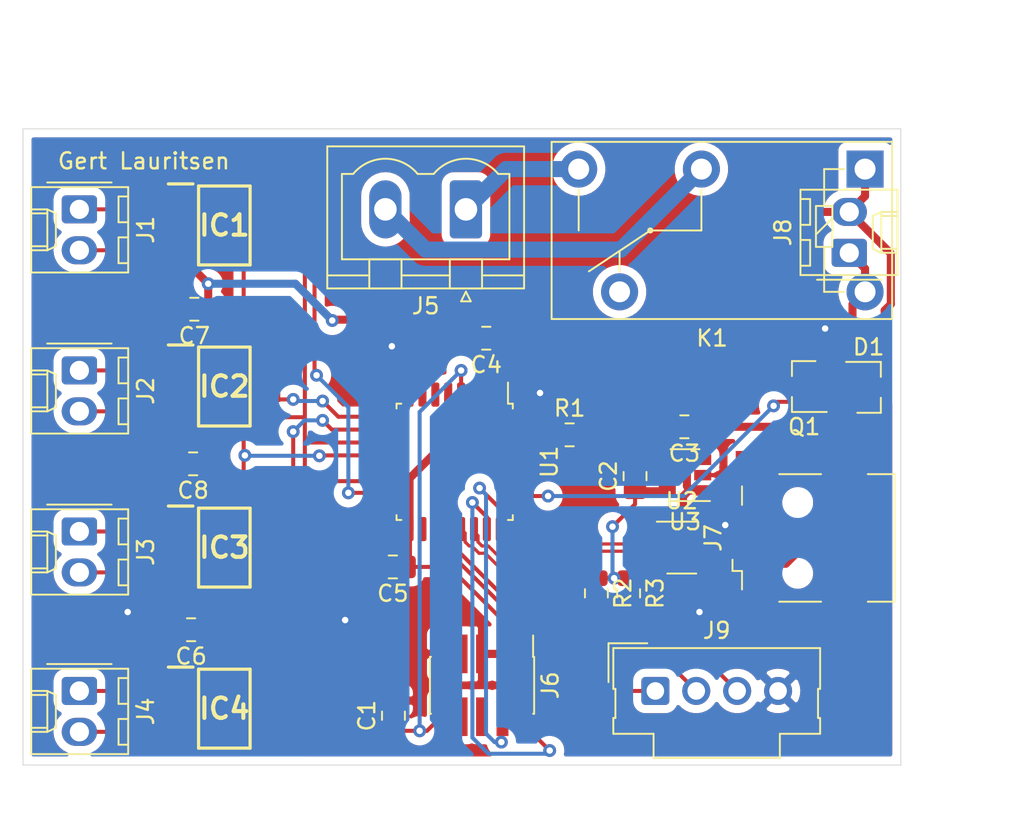
<source format=kicad_pcb>
(kicad_pcb (version 20171130) (host pcbnew "(5.1.6)-1")
  (layers (0 F.Cu signal) (31 B.Cu signal) (34 B.Paste user) (35 F.Paste user) (36 B.SilkS user) (37 F.SilkS user) (38 B.Mask user) (39 F.Mask user) (44 Edge.Cuts user))
  (net 0 "")
  (net 1 GNDD)
  (net 2 NRST)
  (net 3 +3V3)
  (net 4 +5V)
  (net 5 "Net-(D1-Pad3)")
  (net 6 MISO)
  (net 7 CS4)
  (net 8 SCK)
  (net 9 "Net-(IC1-Pad3)")
  (net 10 "Net-(IC1-Pad2)")
  (net 11 CS1)
  (net 12 "Net-(IC2-Pad3)")
  (net 13 "Net-(IC2-Pad2)")
  (net 14 CS2)
  (net 15 "Net-(IC3-Pad3)")
  (net 16 "Net-(IC3-Pad2)")
  (net 17 CS3)
  (net 18 "Net-(IC4-Pad3)")
  (net 19 "Net-(IC4-Pad2)")
  (net 20 "Net-(J5-Pad2)")
  (net 21 "Net-(J5-Pad1)")
  (net 22 SWCLK)
  (net 23 SWDIO)
  (net 24 D_P)
  (net 25 D_N)
  (net 26 relay)
  (net 27 "Net-(R1-Pad1)")
  (net 28 USB+)
  (net 29 USB-)
  (net 30 SCL)
  (net 31 SDA)
  (module Resistor_SMD:R_0805_2012Metric (layer F.Cu) (at 135.1 103.8375 270)
    (fp_text reference R3 (at 0 -1.65 90) (layer F.SilkS))
    (fp_text value 10k)
    (pad 2 smd roundrect (at 0.9375 0 270) (size 0.975 1.4) (layers F.Cu F.Paste F.Mask) (net 31 SDA))
    (pad 1 smd roundrect (at -0.9375 0 270) (size 0.975 1.4) (layers F.Cu F.Paste F.Mask) (net 3 +3V3))
  )
  (module Resistor_SMD:R_0805_2012Metric (layer F.Cu) (at 133.1 103.8375 270)
    (fp_text reference R2 (at 0 -1.65 90) (layer F.SilkS))
    (fp_text value 10k)
    (pad 2 smd roundrect (at 0.9375 0 270) (size 0.975 1.4) (layers F.Cu F.Paste F.Mask) (net 30 SCL))
    (pad 1 smd roundrect (at -0.9375 0 270) (size 0.975 1.4) (layers F.Cu F.Paste F.Mask) (net 3 +3V3))
  )
  (module Connector_Molex:Molex_SL_171971-0004_1x04_P2.54mm_Vertical (layer F.Cu) (at 136.76 109.9)
    (fp_text reference J9 (at 3.81 -3.75) (layer F.SilkS))
    (fp_text value Conn_01x04)
    (pad 4 thru_hole circle (at 7.62 0) (size 1.74 1.74) (drill 1.09) (layers *.Cu *.Mask) (net 1 GNDD))
    (pad 3 thru_hole circle (at 5.08 0) (size 1.74 1.74) (drill 1.09) (layers *.Cu *.Mask) (net 31 SDA))
    (pad 2 thru_hole circle (at 2.54 0) (size 1.74 1.74) (drill 1.09) (layers *.Cu *.Mask) (net 30 SCL))
    (pad 1 thru_hole roundrect (at 0 0) (size 1.74 1.74) (drill 1.09) (layers *.Cu *.Mask) (roundrect_rratio 0.143678) (net 3 +3V3))
  )
  (module Connector_Molex:Molex_KK-254_AE-6410-02A_1x02_P2.54mm_Vertical (layer F.Cu) (at 148.8 82.7 90)
    (fp_text reference J8 (at 1.27 -4.12 90) (layer F.SilkS))
    (fp_text value Solidstate)
    (pad 2 thru_hole oval (at 2.54 0 90) (size 1.74 2.19) (drill 1.19) (layers *.Cu *.Mask) (net 5 "Net-(D1-Pad3)"))
    (pad 1 thru_hole roundrect (at 0 0 90) (size 1.74 2.19) (drill 1.19) (layers *.Cu *.Mask) (roundrect_rratio 0.143678) (net 4 +5V))
  )
  (module Capacitor_SMD:C_0805_2012Metric (layer F.Cu) (at 108.0625 95.8 180)
    (fp_text reference C8 (at 0 -1.65) (layer F.SilkS))
    (fp_text value 1uF)
    (pad 2 smd roundrect (at 0.9375 0 180) (size 0.975 1.4) (layers F.Cu F.Paste F.Mask) (net 1 GNDD))
    (pad 1 smd roundrect (at -0.9375 0 180) (size 0.975 1.4) (layers F.Cu F.Paste F.Mask) (net 3 +3V3))
  )
  (module Capacitor_SMD:C_0805_2012Metric (layer F.Cu) (at 108.1375 86.2 180)
    (fp_text reference C7 (at 0 -1.65) (layer F.SilkS))
    (fp_text value 1uF)
    (pad 2 smd roundrect (at 0.9375 0 180) (size 0.975 1.4) (layers F.Cu F.Paste F.Mask) (net 1 GNDD))
    (pad 1 smd roundrect (at -0.9375 0 180) (size 0.975 1.4) (layers F.Cu F.Paste F.Mask) (net 3 +3V3))
  )
  (module Capacitor_SMD:C_0805_2012Metric (layer F.Cu) (at 107.9375 106.1 180)
    (fp_text reference C6 (at 0 -1.65) (layer F.SilkS))
    (fp_text value 1uF)
    (pad 2 smd roundrect (at 0.9375 0 180) (size 0.975 1.4) (layers F.Cu F.Paste F.Mask) (net 1 GNDD))
    (pad 1 smd roundrect (at -0.9375 0 180) (size 0.975 1.4) (layers F.Cu F.Paste F.Mask) (net 3 +3V3))
  )
  (module Capacitor_SMD:C_0805_2012Metric (layer F.Cu) (at 120.4625 102.2 180)
    (fp_text reference C5 (at 0 -1.65) (layer F.SilkS))
    (fp_text value 1uF)
    (pad 2 smd roundrect (at 0.9375 0 180) (size 0.975 1.4) (layers F.Cu F.Paste F.Mask) (net 1 GNDD))
    (pad 1 smd roundrect (at -0.9375 0 180) (size 0.975 1.4) (layers F.Cu F.Paste F.Mask) (net 3 +3V3))
  )
  (module Capacitor_SMD:C_0805_2012Metric (layer F.Cu) (at 126.2625 88 180)
    (fp_text reference C4 (at 0 -1.65) (layer F.SilkS))
    (fp_text value 1uF)
    (pad 2 smd roundrect (at 0.9375 0 180) (size 0.975 1.4) (layers F.Cu F.Paste F.Mask) (net 1 GNDD))
    (pad 1 smd roundrect (at -0.9375 0 180) (size 0.975 1.4) (layers F.Cu F.Paste F.Mask) (net 3 +3V3))
  )
  (module Package_TO_SOT_SMD:SOT-23-5 (layer F.Cu) (at 138.6 96.5 180)
    (fp_text reference U3 (at 0 -2.9) (layer F.SilkS))
    (fp_text value AP2112K-3.3)
    (pad 5 smd rect (at 1.1 -0.95 180) (size 1.06 0.65) (layers F.Cu F.Paste F.Mask) (net 3 +3V3))
    (pad 4 smd rect (at 1.1 0.95 180) (size 1.06 0.65) (layers F.Cu F.Paste F.Mask))
    (pad 3 smd rect (at -1.1 0.95 180) (size 1.06 0.65) (layers F.Cu F.Paste F.Mask) (net 4 +5V))
    (pad 2 smd rect (at -1.1 0 180) (size 1.06 0.65) (layers F.Cu F.Paste F.Mask) (net 1 GNDD))
    (pad 1 smd rect (at -1.1 -0.95 180) (size 1.06 0.65) (layers F.Cu F.Paste F.Mask) (net 4 +5V))
  )
  (module Package_TO_SOT_SMD:SOT-23-6 (layer F.Cu) (at 138.4 101)
    (fp_text reference U2 (at 0 -2.9) (layer F.SilkS))
    (fp_text value USBLC6-2SC6)
    (pad 5 smd rect (at 1.1 0) (size 1.06 0.65) (layers F.Cu F.Paste F.Mask) (net 4 +5V))
    (pad 6 smd rect (at 1.1 -0.95) (size 1.06 0.65) (layers F.Cu F.Paste F.Mask) (net 24 D_P))
    (pad 4 smd rect (at 1.1 0.95) (size 1.06 0.65) (layers F.Cu F.Paste F.Mask) (net 25 D_N))
    (pad 3 smd rect (at -1.1 0.95) (size 1.06 0.65) (layers F.Cu F.Paste F.Mask) (net 29 USB-))
    (pad 2 smd rect (at -1.1 0) (size 1.06 0.65) (layers F.Cu F.Paste F.Mask) (net 1 GNDD))
    (pad 1 smd rect (at -1.1 -0.95) (size 1.06 0.65) (layers F.Cu F.Paste F.Mask) (net 28 USB+))
  )
  (module Package_QFP:LQFP-32_7x7mm_P0.8mm (layer F.Cu) (at 124.3 95.675 270)
    (fp_text reference U1 (at 0 -5.88 90) (layer F.SilkS))
    (fp_text value STM32L072KZTx)
    (pad 32 smd roundrect (at -2.8 -4.175 270) (size 0.5 1.5) (layers F.Cu F.Paste F.Mask) (net 1 GNDD))
    (pad 31 smd roundrect (at -2 -4.175 270) (size 0.5 1.5) (layers F.Cu F.Paste F.Mask) (net 27 "Net-(R1-Pad1)"))
    (pad 30 smd roundrect (at -1.2 -4.175 270) (size 0.5 1.5) (layers F.Cu F.Paste F.Mask))
    (pad 29 smd roundrect (at -0.4 -4.175 270) (size 0.5 1.5) (layers F.Cu F.Paste F.Mask))
    (pad 28 smd roundrect (at 0.4 -4.175 270) (size 0.5 1.5) (layers F.Cu F.Paste F.Mask))
    (pad 27 smd roundrect (at 1.2 -4.175 270) (size 0.5 1.5) (layers F.Cu F.Paste F.Mask))
    (pad 26 smd roundrect (at 2 -4.175 270) (size 0.5 1.5) (layers F.Cu F.Paste F.Mask) (net 26 relay))
    (pad 25 smd roundrect (at 2.8 -4.175 270) (size 0.5 1.5) (layers F.Cu F.Paste F.Mask))
    (pad 24 smd roundrect (at 4.175 -2.8 270) (size 1.5 0.5) (layers F.Cu F.Paste F.Mask) (net 22 SWCLK))
    (pad 23 smd roundrect (at 4.175 -2 270) (size 1.5 0.5) (layers F.Cu F.Paste F.Mask) (net 23 SWDIO))
    (pad 22 smd roundrect (at 4.175 -1.2 270) (size 1.5 0.5) (layers F.Cu F.Paste F.Mask) (net 28 USB+))
    (pad 21 smd roundrect (at 4.175 -0.4 270) (size 1.5 0.5) (layers F.Cu F.Paste F.Mask) (net 29 USB-))
    (pad 20 smd roundrect (at 4.175 0.4 270) (size 1.5 0.5) (layers F.Cu F.Paste F.Mask) (net 31 SDA))
    (pad 19 smd roundrect (at 4.175 1.2 270) (size 1.5 0.5) (layers F.Cu F.Paste F.Mask) (net 30 SCL))
    (pad 18 smd roundrect (at 4.175 2 270) (size 1.5 0.5) (layers F.Cu F.Paste F.Mask))
    (pad 17 smd roundrect (at 4.175 2.8 270) (size 1.5 0.5) (layers F.Cu F.Paste F.Mask) (net 3 +3V3))
    (pad 16 smd roundrect (at 2.8 4.175 270) (size 0.5 1.5) (layers F.Cu F.Paste F.Mask) (net 1 GNDD))
    (pad 15 smd roundrect (at 2 4.175 270) (size 0.5 1.5) (layers F.Cu F.Paste F.Mask) (net 7 CS4))
    (pad 14 smd roundrect (at 1.2 4.175 270) (size 0.5 1.5) (layers F.Cu F.Paste F.Mask) (net 17 CS3))
    (pad 13 smd roundrect (at 0.4 4.175 270) (size 0.5 1.5) (layers F.Cu F.Paste F.Mask))
    (pad 12 smd roundrect (at -0.4 4.175 270) (size 0.5 1.5) (layers F.Cu F.Paste F.Mask) (net 6 MISO))
    (pad 11 smd roundrect (at -1.2 4.175 270) (size 0.5 1.5) (layers F.Cu F.Paste F.Mask) (net 8 SCK))
    (pad 10 smd roundrect (at -2 4.175 270) (size 0.5 1.5) (layers F.Cu F.Paste F.Mask) (net 14 CS2))
    (pad 9 smd roundrect (at -2.8 4.175 270) (size 0.5 1.5) (layers F.Cu F.Paste F.Mask) (net 11 CS1))
    (pad 8 smd roundrect (at -4.175 2.8 270) (size 1.5 0.5) (layers F.Cu F.Paste F.Mask))
    (pad 7 smd roundrect (at -4.175 2 270) (size 1.5 0.5) (layers F.Cu F.Paste F.Mask))
    (pad 6 smd roundrect (at -4.175 1.2 270) (size 1.5 0.5) (layers F.Cu F.Paste F.Mask))
    (pad 5 smd roundrect (at -4.175 0.4 270) (size 1.5 0.5) (layers F.Cu F.Paste F.Mask) (net 3 +3V3))
    (pad 4 smd roundrect (at -4.175 -0.4 270) (size 1.5 0.5) (layers F.Cu F.Paste F.Mask) (net 2 NRST))
    (pad 3 smd roundrect (at -4.175 -1.2 270) (size 1.5 0.5) (layers F.Cu F.Paste F.Mask))
    (pad 2 smd roundrect (at -4.175 -2 270) (size 1.5 0.5) (layers F.Cu F.Paste F.Mask))
    (pad 1 smd roundrect (at -4.175 -2.8 270) (size 1.5 0.5) (layers F.Cu F.Paste F.Mask) (net 3 +3V3))
  )
  (module Resistor_SMD:R_0805_2012Metric (layer F.Cu) (at 131.4375 94)
    (fp_text reference R1 (at 0 -1.65) (layer F.SilkS))
    (fp_text value 10k)
    (pad 2 smd roundrect (at 0.9375 0) (size 0.975 1.4) (layers F.Cu F.Paste F.Mask) (net 1 GNDD))
    (pad 1 smd roundrect (at -0.9375 0) (size 0.975 1.4) (layers F.Cu F.Paste F.Mask) (net 27 "Net-(R1-Pad1)"))
  )
  (module Package_TO_SOT_SMD:SOT-23 (layer F.Cu) (at 146 91 180)
    (fp_text reference Q1 (at 0 -2.5) (layer F.SilkS))
    (fp_text value 2N7002E)
    (pad 3 smd rect (at 1 0 180) (size 0.9 0.8) (layers F.Cu F.Paste F.Mask) (net 5 "Net-(D1-Pad3)"))
    (pad 2 smd rect (at -1 0.95 180) (size 0.9 0.8) (layers F.Cu F.Paste F.Mask) (net 1 GNDD))
    (pad 1 smd rect (at -1 -0.95 180) (size 0.9 0.8) (layers F.Cu F.Paste F.Mask) (net 26 relay))
  )
  (module Relay_THT:Relay_SPDT_Omron-G5Q-1 (layer F.Cu) (at 149.78 77.5 180)
    (fp_text reference K1 (at 9.5 -10.5 180) (layer F.SilkS))
    (fp_text value G5Q-1)
    (pad 5 thru_hole circle (at 0 -7.62) (size 2.3 2.3) (drill 1.3) (layers *.Cu *.Mask) (net 4 +5V))
    (pad 4 thru_hole circle (at 15.24 -7.62) (size 2.3 2.3) (drill 1.3) (layers *.Cu *.Mask))
    (pad 3 thru_hole circle (at 17.78 0) (size 2.3 2.3) (drill 1.3) (layers *.Cu *.Mask) (net 21 "Net-(J5-Pad1)"))
    (pad 2 thru_hole circle (at 10.16 0) (size 2.3 2.3) (drill 1.3) (layers *.Cu *.Mask) (net 20 "Net-(J5-Pad2)"))
    (pad 1 thru_hole rect (at 0 0) (size 2.3 2.3) (drill 1.3) (layers *.Cu *.Mask) (net 5 "Net-(D1-Pad3)"))
  )
  (module Connector_USB:USB_Mini-B_Wuerth_65100516121_Horizontal (layer F.Cu) (at 145.6 100.4 90)
    (fp_text reference J7 (at 0 -5.25 90) (layer F.SilkS))
    (fp_text value USB_A)
    (pad "" np_thru_hole circle (at 2.2 0 90) (size 0.9 0.9) (drill 0.9) (layers *.Cu *.Mask))
    (pad "" np_thru_hole circle (at -2.2 0 90) (size 0.9 0.9) (drill 0.9) (layers *.Cu *.Mask))
    (pad 5 smd rect (at 1.6 -2.6 90) (size 0.5 2.5) (layers F.Cu F.Paste F.Mask))
    (pad 4 smd rect (at 0.8 -2.6 90) (size 0.5 2.5) (layers F.Cu F.Paste F.Mask) (net 1 GNDD))
    (pad 3 smd rect (at 0 -2.6 90) (size 0.5 2.5) (layers F.Cu F.Paste F.Mask) (net 24 D_P))
    (pad 2 smd rect (at -0.8 -2.6 90) (size 0.5 2.5) (layers F.Cu F.Paste F.Mask) (net 25 D_N))
    (pad 1 smd rect (at -1.6 -2.6 90) (size 0.5 2.5) (layers F.Cu F.Paste F.Mask) (net 4 +5V))
    (pad 6 smd rect (at 4.4 -2.6 90) (size 2 2.5) (layers F.Cu F.Paste F.Mask))
    (pad 6 smd rect (at -4.4 -2.6 90) (size 2 2.5) (layers F.Cu F.Paste F.Mask))
    (pad 6 smd rect (at 4.4 2.9 90) (size 2 2.5) (layers F.Cu F.Paste F.Mask))
    (pad 6 smd rect (at -4.4 2.9 90) (size 2 2.5) (layers F.Cu F.Paste F.Mask))
  )
  (module Connector_PinHeader_1.27mm:PinHeader_2x05_P1.27mm_Vertical_SMD (layer F.Cu) (at 126 109.55 270)
    (fp_text reference J6 (at 0 -4.235 90) (layer F.SilkS))
    (fp_text value Conn_02x05_Odd_Even)
    (pad 10 smd rect (at 1.95 2.54 270) (size 2.4 0.74) (layers F.Cu F.Paste F.Mask) (net 2 NRST))
    (pad 9 smd rect (at -1.95 2.54 270) (size 2.4 0.74) (layers F.Cu F.Paste F.Mask) (net 1 GNDD))
    (pad 8 smd rect (at 1.95 1.27 270) (size 2.4 0.74) (layers F.Cu F.Paste F.Mask))
    (pad 7 smd rect (at -1.95 1.27 270) (size 2.4 0.74) (layers F.Cu F.Paste F.Mask))
    (pad 6 smd rect (at 1.95 0 270) (size 2.4 0.74) (layers F.Cu F.Paste F.Mask))
    (pad 5 smd rect (at -1.95 0 270) (size 2.4 0.74) (layers F.Cu F.Paste F.Mask) (net 1 GNDD))
    (pad 4 smd rect (at 1.95 -1.27 270) (size 2.4 0.74) (layers F.Cu F.Paste F.Mask) (net 22 SWCLK))
    (pad 3 smd rect (at -1.95 -1.27 270) (size 2.4 0.74) (layers F.Cu F.Paste F.Mask) (net 1 GNDD))
    (pad 2 smd rect (at 1.95 -2.54 270) (size 2.4 0.74) (layers F.Cu F.Paste F.Mask) (net 23 SWDIO))
    (pad 1 smd rect (at -1.95 -2.54 270) (size 2.4 0.74) (layers F.Cu F.Paste F.Mask) (net 3 +3V3))
  )
  (module Connector_Phoenix_MSTB:PhoenixContact_MSTBVA_2,5_2-G_1x02_P5.00mm_Vertical (layer F.Cu) (at 125 80 180)
    (fp_text reference J5 (at 2.5 -6) (layer F.SilkS))
    (fp_text value Conn_01x02)
    (pad 2 thru_hole oval (at 5 0 180) (size 2 3.6) (drill 1.4) (layers *.Cu *.Mask) (net 20 "Net-(J5-Pad2)"))
    (pad 1 thru_hole roundrect (at 0 0 180) (size 2 3.6) (drill 1.4) (layers *.Cu *.Mask) (roundrect_rratio 0.125) (net 21 "Net-(J5-Pad1)"))
  )
  (module Connector_Molex:Molex_KK-254_AE-6410-02A_1x02_P2.54mm_Vertical (layer F.Cu) (at 101 109.9 270)
    (fp_text reference J4 (at 1.27 -4.12 90) (layer F.SilkS))
    (fp_text value Sensor)
    (pad 2 thru_hole oval (at 2.54 0 270) (size 1.74 2.19) (drill 1.19) (layers *.Cu *.Mask) (net 18 "Net-(IC4-Pad3)"))
    (pad 1 thru_hole roundrect (at 0 0 270) (size 1.74 2.19) (drill 1.19) (layers *.Cu *.Mask) (roundrect_rratio 0.143678) (net 19 "Net-(IC4-Pad2)"))
  )
  (module Connector_Molex:Molex_KK-254_AE-6410-02A_1x02_P2.54mm_Vertical (layer F.Cu) (at 101 100 270)
    (fp_text reference J3 (at 1.27 -4.12 90) (layer F.SilkS))
    (fp_text value Sensor)
    (pad 2 thru_hole oval (at 2.54 0 270) (size 1.74 2.19) (drill 1.19) (layers *.Cu *.Mask) (net 15 "Net-(IC3-Pad3)"))
    (pad 1 thru_hole roundrect (at 0 0 270) (size 1.74 2.19) (drill 1.19) (layers *.Cu *.Mask) (roundrect_rratio 0.143678) (net 16 "Net-(IC3-Pad2)"))
  )
  (module Connector_Molex:Molex_KK-254_AE-6410-02A_1x02_P2.54mm_Vertical (layer F.Cu) (at 101 90 270)
    (fp_text reference J2 (at 1.27 -4.12 90) (layer F.SilkS))
    (fp_text value Sensor)
    (pad 2 thru_hole oval (at 2.54 0 270) (size 1.74 2.19) (drill 1.19) (layers *.Cu *.Mask) (net 12 "Net-(IC2-Pad3)"))
    (pad 1 thru_hole roundrect (at 0 0 270) (size 1.74 2.19) (drill 1.19) (layers *.Cu *.Mask) (roundrect_rratio 0.143678) (net 13 "Net-(IC2-Pad2)"))
  )
  (module Connector_Molex:Molex_KK-254_AE-6410-02A_1x02_P2.54mm_Vertical (layer F.Cu) (at 101 80 270)
    (fp_text reference J1 (at 1.27 -4.12 90) (layer F.SilkS))
    (fp_text value Sensor)
    (pad 2 thru_hole oval (at 2.54 0 270) (size 1.74 2.19) (drill 1.19) (layers *.Cu *.Mask) (net 9 "Net-(IC1-Pad3)"))
    (pad 1 thru_hole roundrect (at 0 0 270) (size 1.74 2.19) (drill 1.19) (layers *.Cu *.Mask) (roundrect_rratio 0.143678) (net 10 "Net-(IC1-Pad2)"))
  )
  (module Kicad:SOIC127P600X175-8N (layer F.Cu) (at 110 111)
    (fp_text reference IC4 (at 0 0) (layer F.SilkS) (effects (font (size 1.27 1.27) (thickness 0.254))))
    (fp_text value MAX6675ISA hide)
    (pad 8 smd rect (at 2.712 -1.905 90) (size 0.65 1.525) (layers F.Cu F.Paste F.Mask))
    (pad 7 smd rect (at 2.712 -0.635 90) (size 0.65 1.525) (layers F.Cu F.Paste F.Mask) (net 6 MISO))
    (pad 6 smd rect (at 2.712 0.635 90) (size 0.65 1.525) (layers F.Cu F.Paste F.Mask) (net 17 CS3))
    (pad 5 smd rect (at 2.712 1.905 90) (size 0.65 1.525) (layers F.Cu F.Paste F.Mask) (net 8 SCK))
    (pad 4 smd rect (at -2.712 1.905 90) (size 0.65 1.525) (layers F.Cu F.Paste F.Mask) (net 3 +3V3))
    (pad 3 smd rect (at -2.712 0.635 90) (size 0.65 1.525) (layers F.Cu F.Paste F.Mask) (net 18 "Net-(IC4-Pad3)"))
    (pad 2 smd rect (at -2.712 -0.635 90) (size 0.65 1.525) (layers F.Cu F.Paste F.Mask) (net 19 "Net-(IC4-Pad2)"))
    (pad 1 smd rect (at -2.712 -1.905 90) (size 0.65 1.525) (layers F.Cu F.Paste F.Mask) (net 1 GNDD))
  )
  (module Kicad:SOIC127P600X175-8N (layer F.Cu) (at 110 101)
    (fp_text reference IC3 (at 0 0) (layer F.SilkS) (effects (font (size 1.27 1.27) (thickness 0.254))))
    (fp_text value MAX6675ISA hide)
    (pad 8 smd rect (at 2.712 -1.905 90) (size 0.65 1.525) (layers F.Cu F.Paste F.Mask))
    (pad 7 smd rect (at 2.712 -0.635 90) (size 0.65 1.525) (layers F.Cu F.Paste F.Mask) (net 6 MISO))
    (pad 6 smd rect (at 2.712 0.635 90) (size 0.65 1.525) (layers F.Cu F.Paste F.Mask) (net 14 CS2))
    (pad 5 smd rect (at 2.712 1.905 90) (size 0.65 1.525) (layers F.Cu F.Paste F.Mask) (net 8 SCK))
    (pad 4 smd rect (at -2.712 1.905 90) (size 0.65 1.525) (layers F.Cu F.Paste F.Mask) (net 3 +3V3))
    (pad 3 smd rect (at -2.712 0.635 90) (size 0.65 1.525) (layers F.Cu F.Paste F.Mask) (net 15 "Net-(IC3-Pad3)"))
    (pad 2 smd rect (at -2.712 -0.635 90) (size 0.65 1.525) (layers F.Cu F.Paste F.Mask) (net 16 "Net-(IC3-Pad2)"))
    (pad 1 smd rect (at -2.712 -1.905 90) (size 0.65 1.525) (layers F.Cu F.Paste F.Mask) (net 1 GNDD))
  )
  (module Kicad:SOIC127P600X175-8N (layer F.Cu) (at 110 91)
    (fp_text reference IC2 (at 0 0) (layer F.SilkS) (effects (font (size 1.27 1.27) (thickness 0.254))))
    (fp_text value MAX6675ISA hide)
    (pad 8 smd rect (at 2.712 -1.905 90) (size 0.65 1.525) (layers F.Cu F.Paste F.Mask))
    (pad 7 smd rect (at 2.712 -0.635 90) (size 0.65 1.525) (layers F.Cu F.Paste F.Mask) (net 6 MISO))
    (pad 6 smd rect (at 2.712 0.635 90) (size 0.65 1.525) (layers F.Cu F.Paste F.Mask) (net 11 CS1))
    (pad 5 smd rect (at 2.712 1.905 90) (size 0.65 1.525) (layers F.Cu F.Paste F.Mask) (net 8 SCK))
    (pad 4 smd rect (at -2.712 1.905 90) (size 0.65 1.525) (layers F.Cu F.Paste F.Mask) (net 3 +3V3))
    (pad 3 smd rect (at -2.712 0.635 90) (size 0.65 1.525) (layers F.Cu F.Paste F.Mask) (net 12 "Net-(IC2-Pad3)"))
    (pad 2 smd rect (at -2.712 -0.635 90) (size 0.65 1.525) (layers F.Cu F.Paste F.Mask) (net 13 "Net-(IC2-Pad2)"))
    (pad 1 smd rect (at -2.712 -1.905 90) (size 0.65 1.525) (layers F.Cu F.Paste F.Mask) (net 1 GNDD))
  )
  (module Kicad:SOIC127P600X175-8N (layer F.Cu) (at 110 81)
    (fp_text reference IC1 (at 0 0) (layer F.SilkS) (effects (font (size 1.27 1.27) (thickness 0.254))))
    (fp_text value MAX6675ISA hide)
    (pad 8 smd rect (at 2.712 -1.905 90) (size 0.65 1.525) (layers F.Cu F.Paste F.Mask))
    (pad 7 smd rect (at 2.712 -0.635 90) (size 0.65 1.525) (layers F.Cu F.Paste F.Mask) (net 6 MISO))
    (pad 6 smd rect (at 2.712 0.635 90) (size 0.65 1.525) (layers F.Cu F.Paste F.Mask) (net 7 CS4))
    (pad 5 smd rect (at 2.712 1.905 90) (size 0.65 1.525) (layers F.Cu F.Paste F.Mask) (net 8 SCK))
    (pad 4 smd rect (at -2.712 1.905 90) (size 0.65 1.525) (layers F.Cu F.Paste F.Mask) (net 3 +3V3))
    (pad 3 smd rect (at -2.712 0.635 90) (size 0.65 1.525) (layers F.Cu F.Paste F.Mask) (net 9 "Net-(IC1-Pad3)"))
    (pad 2 smd rect (at -2.712 -0.635 90) (size 0.65 1.525) (layers F.Cu F.Paste F.Mask) (net 10 "Net-(IC1-Pad2)"))
    (pad 1 smd rect (at -2.712 -1.905 90) (size 0.65 1.525) (layers F.Cu F.Paste F.Mask) (net 1 GNDD))
  )
  (module Package_TO_SOT_SMD:SOT-23 (layer F.Cu) (at 150 91.05)
    (fp_text reference D1 (at 0 -2.5) (layer F.SilkS))
    (fp_text value BAT54A)
    (pad 3 smd rect (at 1 0) (size 0.9 0.8) (layers F.Cu F.Paste F.Mask) (net 5 "Net-(D1-Pad3)"))
    (pad 2 smd rect (at -1 0.95) (size 0.9 0.8) (layers F.Cu F.Paste F.Mask) (net 4 +5V))
    (pad 1 smd rect (at -1 -0.95) (size 0.9 0.8) (layers F.Cu F.Paste F.Mask) (net 4 +5V))
  )
  (module Capacitor_SMD:C_0805_2012Metric (layer F.Cu) (at 138.5625 93.5 180)
    (fp_text reference C3 (at 0 -1.65) (layer F.SilkS))
    (fp_text value 1uF)
    (pad 2 smd roundrect (at 0.9375 0 180) (size 0.975 1.4) (layers F.Cu F.Paste F.Mask) (net 1 GNDD))
    (pad 1 smd roundrect (at -0.9375 0 180) (size 0.975 1.4) (layers F.Cu F.Paste F.Mask) (net 4 +5V))
  )
  (module Capacitor_SMD:C_0805_2012Metric (layer F.Cu) (at 135.5 96.5625 90)
    (fp_text reference C2 (at 0 -1.65 90) (layer F.SilkS))
    (fp_text value 1uF)
    (pad 2 smd roundrect (at 0.9375 0 90) (size 0.975 1.4) (layers F.Cu F.Paste F.Mask) (net 1 GNDD))
    (pad 1 smd roundrect (at -0.9375 0 90) (size 0.975 1.4) (layers F.Cu F.Paste F.Mask) (net 3 +3V3))
  )
  (module Capacitor_SMD:C_0805_2012Metric (layer F.Cu) (at 120.5 111.4375 90)
    (fp_text reference C1 (at 0 -1.65 90) (layer F.SilkS))
    (fp_text value 100nF)
    (pad 2 smd roundrect (at 0.9375 0 90) (size 0.975 1.4) (layers F.Cu F.Paste F.Mask) (net 1 GNDD))
    (pad 1 smd roundrect (at -0.9375 0 90) (size 0.975 1.4) (layers F.Cu F.Paste F.Mask) (net 2 NRST))
  )
  (gr_text "Gert Lauritsen" (at 105 77) (layer F.SilkS) (effects (font (size 1 1))))
  (gr_line (start 97.5 114.5) (end 97.5 75) (layer Edge.Cuts) (width 0.05))
  (gr_line (start 152 114.5) (end 97.5 114.5) (layer Edge.Cuts) (width 0.05))
  (gr_line (start 152 75) (end 152 114.5) (layer Edge.Cuts) (width 0.05))
  (gr_line (start 97.5 75) (end 152 75) (layer Edge.Cuts) (width 0.05))
  (via (at 139.5 105) (size 0.8) (drill 0.4) (layers F.Cu B.Cu) (net 1))
  (via (at 117.5 105.5) (size 0.8) (drill 0.4) (layers F.Cu B.Cu) (net 1))
  (via (at 104 105) (size 0.8) (drill 0.4) (layers F.Cu B.Cu) (net 1))
  (segment (start 138.155001 101.364999) (end 138.155001 103.644999) (width 0.25) (layer F.Cu) (net 1))
  (segment (start 137.3 101) (end 137.790002 101) (width 0.25) (layer F.Cu) (net 1))
  (segment (start 137.790002 101) (end 138.155001 101.364999) (width 0.25) (layer F.Cu) (net 1))
  (segment (start 139.5 104.989998) (end 139.5 105) (width 0.25) (layer F.Cu) (net 1))
  (segment (start 138.155001 103.644999) (end 139.5 104.989998) (width 0.25) (layer F.Cu) (net 1))
  (via (at 141.1 99.6) (size 0.8) (drill 0.4) (layers F.Cu B.Cu) (net 1))
  (segment (start 143 99.6) (end 141.1 99.6) (width 0.25) (layer F.Cu) (net 1))
  (segment (start 120.125 101.6) (end 119.525 102.2) (width 0.25) (layer F.Cu) (net 1))
  (segment (start 120.125 98.475) (end 120.125 101.6) (width 0.25) (layer F.Cu) (net 1))
  (via (at 129.6 91.4) (size 0.8) (drill 0.4) (layers F.Cu B.Cu) (net 1))
  (segment (start 128.475 92.525) (end 129.6 91.4) (width 0.25) (layer F.Cu) (net 1))
  (segment (start 128.475 92.875) (end 128.475 92.525) (width 0.25) (layer F.Cu) (net 1))
  (via (at 120.4 88.5) (size 0.8) (drill 0.4) (layers F.Cu B.Cu) (net 1))
  (via (at 147.3 87.4) (size 0.8) (drill 0.4) (layers F.Cu B.Cu) (net 1))
  (segment (start 139.7 96.5) (end 140.8 96.5) (width 0.25) (layer F.Cu) (net 1))
  (segment (start 122.585 112.375) (end 123.46 111.5) (width 0.25) (layer F.Cu) (net 2))
  (via (at 124.7 90) (size 0.8) (drill 0.4) (layers F.Cu B.Cu) (net 2))
  (segment (start 124.7 91.5) (end 124.7 90) (width 0.25) (layer F.Cu) (net 2))
  (via (at 122.125 112.375) (size 0.8) (drill 0.4) (layers F.Cu B.Cu) (net 2))
  (segment (start 124.7 90) (end 122.125 92.575) (width 0.25) (layer B.Cu) (net 2))
  (segment (start 122.125 92.575) (end 122.125 112.375) (width 0.25) (layer B.Cu) (net 2))
  (segment (start 120.5 112.375) (end 122.125 112.375) (width 0.25) (layer F.Cu) (net 2))
  (segment (start 122.125 112.375) (end 122.585 112.375) (width 0.25) (layer F.Cu) (net 2))
  (segment (start 121.5 99.85) (end 121.5 96.7) (width 0.5) (layer F.Cu) (net 3))
  (segment (start 121.5 96.7) (end 123.9 94.3) (width 0.5) (layer F.Cu) (net 3))
  (segment (start 126.7 93.5) (end 123.9 93.5) (width 0.5) (layer F.Cu) (net 3))
  (segment (start 127.1 93.1) (end 126.7 93.5) (width 0.5) (layer F.Cu) (net 3))
  (segment (start 127.1 91.5) (end 127.1 93.1) (width 0.5) (layer F.Cu) (net 3))
  (segment (start 123.9 94.3) (end 123.9 93.5) (width 0.5) (layer F.Cu) (net 3))
  (segment (start 123.9 93.5) (end 123.9 91.5) (width 0.5) (layer F.Cu) (net 3))
  (segment (start 137.45 97.5) (end 137.5 97.45) (width 0.5) (layer F.Cu) (net 3))
  (segment (start 135.5 97.5) (end 137.45 97.5) (width 0.5) (layer F.Cu) (net 3))
  (segment (start 134.34999 96.34999) (end 134.34999 91.34999) (width 0.5) (layer F.Cu) (net 3))
  (segment (start 135.5 97.5) (end 134.34999 96.34999) (width 0.5) (layer F.Cu) (net 3))
  (segment (start 134.34999 91.34999) (end 132.4 89.4) (width 0.5) (layer F.Cu) (net 3))
  (segment (start 132.4 89.4) (end 127.5 89.4) (width 0.5) (layer F.Cu) (net 3))
  (segment (start 127.1 89.8) (end 127.1 91.5) (width 0.5) (layer F.Cu) (net 3))
  (segment (start 127.5 89.4) (end 127.1 89.8) (width 0.5) (layer F.Cu) (net 3))
  (segment (start 108.5505 112.905) (end 109 112.4555) (width 0.5) (layer F.Cu) (net 3))
  (segment (start 107.288 112.905) (end 108.5505 112.905) (width 0.5) (layer F.Cu) (net 3))
  (segment (start 109 84.617) (end 107.288 82.905) (width 0.5) (layer F.Cu) (net 3))
  (segment (start 108.905 92.905) (end 109 93) (width 0.5) (layer F.Cu) (net 3))
  (segment (start 107.288 92.905) (end 108.905 92.905) (width 0.5) (layer F.Cu) (net 3))
  (segment (start 109 93) (end 109 84.617) (width 0.5) (layer F.Cu) (net 3))
  (segment (start 108.905 102.905) (end 109 103) (width 0.5) (layer F.Cu) (net 3))
  (segment (start 107.288 102.905) (end 108.905 102.905) (width 0.5) (layer F.Cu) (net 3))
  (segment (start 109 112.4555) (end 109 103) (width 0.5) (layer F.Cu) (net 3))
  (segment (start 109 103) (end 109 93) (width 0.5) (layer F.Cu) (net 3))
  (segment (start 121.4 99.95) (end 121.5 99.85) (width 0.5) (layer F.Cu) (net 3))
  (segment (start 121.4 102.2) (end 121.4 99.95) (width 0.5) (layer F.Cu) (net 3))
  (segment (start 127.1 88.1) (end 127.2 88) (width 0.5) (layer F.Cu) (net 3))
  (segment (start 127.1 89.8) (end 127.1 88.1) (width 0.5) (layer F.Cu) (net 3))
  (via (at 116.7 86.9) (size 0.8) (drill 0.4) (layers F.Cu B.Cu) (net 3))
  (segment (start 116.75001 86.84999) (end 116.7 86.9) (width 0.5) (layer F.Cu) (net 3))
  (segment (start 127.2 88) (end 126.04999 86.84999) (width 0.5) (layer F.Cu) (net 3))
  (segment (start 126.04999 86.84999) (end 116.75001 86.84999) (width 0.5) (layer F.Cu) (net 3))
  (via (at 109 84.617) (size 0.8) (drill 0.4) (layers F.Cu B.Cu) (net 3))
  (segment (start 116.7 86.9) (end 114.417 84.617) (width 0.5) (layer B.Cu) (net 3))
  (segment (start 114.417 84.617) (end 109 84.617) (width 0.5) (layer B.Cu) (net 3))
  (segment (start 136.76 109.9) (end 134.8 109.9) (width 0.25) (layer F.Cu) (net 3))
  (segment (start 128.54 107.6) (end 129.2 107.6) (width 0.25) (layer F.Cu) (net 3))
  (segment (start 134.8 109.9) (end 132.5 107.6) (width 0.25) (layer F.Cu) (net 3))
  (segment (start 132.5 107.6) (end 130.7 107.6) (width 0.25) (layer F.Cu) (net 3))
  (segment (start 130.7 107.6) (end 129.2 107.6) (width 0.25) (layer F.Cu) (net 3))
  (segment (start 135.5 97.5) (end 135.5 98.3) (width 0.25) (layer F.Cu) (net 3))
  (via (at 134.1 99.7) (size 0.8) (drill 0.4) (layers F.Cu B.Cu) (net 3))
  (segment (start 135.5 98.3) (end 134.1 99.7) (width 0.25) (layer F.Cu) (net 3))
  (via (at 134.2 102.9) (size 0.8) (drill 0.4) (layers F.Cu B.Cu) (net 3))
  (segment (start 134.1 99.7) (end 134.1 102.8) (width 0.25) (layer B.Cu) (net 3))
  (segment (start 134.1 102.8) (end 134.2 102.9) (width 0.25) (layer B.Cu) (net 3))
  (segment (start 135.1 102.9) (end 134.2 102.9) (width 0.25) (layer F.Cu) (net 3))
  (segment (start 134.2 102.9) (end 133.1 102.9) (width 0.25) (layer F.Cu) (net 3))
  (segment (start 123.97 102.2) (end 121.4 102.2) (width 0.25) (layer F.Cu) (net 3))
  (segment (start 128.54 106.77) (end 123.97 102.2) (width 0.25) (layer F.Cu) (net 3))
  (segment (start 128.54 107.6) (end 128.54 106.77) (width 0.25) (layer F.Cu) (net 3))
  (segment (start 138.719999 95.814999) (end 138.984998 95.55) (width 0.5) (layer F.Cu) (net 4))
  (segment (start 138.984998 95.55) (end 139.7 95.55) (width 0.5) (layer F.Cu) (net 4))
  (segment (start 138.719999 97.185001) (end 138.719999 95.814999) (width 0.5) (layer F.Cu) (net 4))
  (segment (start 138.984998 97.45) (end 138.719999 97.185001) (width 0.5) (layer F.Cu) (net 4))
  (segment (start 139.7 97.45) (end 138.984998 97.45) (width 0.5) (layer F.Cu) (net 4))
  (segment (start 139.5 95.35) (end 139.7 95.55) (width 0.5) (layer F.Cu) (net 4))
  (segment (start 139.5 93.5) (end 139.5 95.35) (width 0.5) (layer F.Cu) (net 4))
  (segment (start 147.5 93.5) (end 149 92) (width 0.5) (layer F.Cu) (net 4))
  (segment (start 149 90.1) (end 149 92) (width 0.5) (layer F.Cu) (net 4))
  (segment (start 149 85.9) (end 149.78 85.12) (width 0.5) (layer F.Cu) (net 4))
  (segment (start 149 90.1) (end 149 85.9) (width 0.5) (layer F.Cu) (net 4))
  (segment (start 138.85 97.45) (end 139.7 97.45) (width 0.5) (layer F.Cu) (net 4))
  (segment (start 138.480001 97.819999) (end 138.85 97.45) (width 0.5) (layer F.Cu) (net 4))
  (segment (start 138.480001 100.695003) (end 138.480001 97.819999) (width 0.5) (layer F.Cu) (net 4))
  (segment (start 139.5 101) (end 138.784998 101) (width 0.5) (layer F.Cu) (net 4))
  (segment (start 138.784998 101) (end 138.480001 100.695003) (width 0.5) (layer F.Cu) (net 4))
  (segment (start 144.867998 102) (end 146.8 100.067998) (width 0.5) (layer F.Cu) (net 4))
  (segment (start 143 102) (end 144.867998 102) (width 0.5) (layer F.Cu) (net 4))
  (segment (start 146.8 100.067998) (end 146.8 93.6) (width 0.5) (layer F.Cu) (net 4))
  (segment (start 139.5 93.5) (end 146.9 93.5) (width 0.5) (layer F.Cu) (net 4))
  (segment (start 146.8 93.6) (end 146.9 93.5) (width 0.5) (layer F.Cu) (net 4))
  (segment (start 146.9 93.5) (end 147.5 93.5) (width 0.5) (layer F.Cu) (net 4))
  (segment (start 149.78 83.68) (end 148.8 82.7) (width 0.5) (layer F.Cu) (net 4))
  (segment (start 149.78 85.12) (end 149.78 83.68) (width 0.5) (layer F.Cu) (net 4))
  (segment (start 151.380001 85.888001) (end 151.380001 82.740001) (width 0.5) (layer F.Cu) (net 5))
  (segment (start 151.380001 82.740001) (end 148.8 80.16) (width 0.5) (layer F.Cu) (net 5))
  (segment (start 151 86.268002) (end 151.380001 85.888001) (width 0.5) (layer F.Cu) (net 5))
  (segment (start 151 91.05) (end 151 86.268002) (width 0.5) (layer F.Cu) (net 5))
  (segment (start 149.78 79.18) (end 148.8 80.16) (width 0.5) (layer F.Cu) (net 5))
  (segment (start 149.78 77.5) (end 149.78 79.18) (width 0.5) (layer F.Cu) (net 5))
  (segment (start 145 91) (end 145 80.6) (width 0.5) (layer F.Cu) (net 5))
  (segment (start 145.44 80.16) (end 148.8 80.16) (width 0.5) (layer F.Cu) (net 5))
  (segment (start 145 80.6) (end 145.44 80.16) (width 0.5) (layer F.Cu) (net 5))
  (segment (start 111.6995 80.365) (end 111.2 80.8645) (width 0.25) (layer F.Cu) (net 6))
  (segment (start 112.712 80.365) (end 111.6995 80.365) (width 0.25) (layer F.Cu) (net 6))
  (segment (start 111.2 109.8655) (end 111.6995 110.365) (width 0.25) (layer F.Cu) (net 6))
  (segment (start 111.6995 110.365) (end 112.712 110.365) (width 0.25) (layer F.Cu) (net 6))
  (segment (start 112.712 100.365) (end 111.335 100.365) (width 0.25) (layer F.Cu) (net 6))
  (segment (start 111.335 100.365) (end 111.2 100.5) (width 0.25) (layer F.Cu) (net 6))
  (segment (start 111.2 100.5) (end 111.2 109.8655) (width 0.25) (layer F.Cu) (net 6))
  (segment (start 112.712 90.365) (end 111.235 90.365) (width 0.25) (layer F.Cu) (net 6))
  (segment (start 111.235 90.365) (end 111.2 90.4) (width 0.25) (layer F.Cu) (net 6))
  (segment (start 111.2 80.8645) (end 111.2 90.4) (width 0.25) (layer F.Cu) (net 6))
  (segment (start 111.275 95.275) (end 111.2 95.2) (width 0.25) (layer F.Cu) (net 6))
  (segment (start 111.2 90.4) (end 111.2 95.2) (width 0.25) (layer F.Cu) (net 6))
  (segment (start 111.2 95.2) (end 111.2 100.5) (width 0.25) (layer F.Cu) (net 6))
  (segment (start 120.125 95.275) (end 115.925 95.275) (width 0.25) (layer F.Cu) (net 6))
  (via (at 115.9 95.3) (size 0.8) (drill 0.4) (layers F.Cu B.Cu) (net 6))
  (segment (start 115.925 95.275) (end 115.9 95.3) (width 0.25) (layer F.Cu) (net 6))
  (via (at 111.275 95.275) (size 0.8) (drill 0.4) (layers F.Cu B.Cu) (net 6))
  (segment (start 115.9 95.3) (end 111.3 95.3) (width 0.25) (layer B.Cu) (net 6))
  (segment (start 111.3 95.3) (end 111.275 95.275) (width 0.25) (layer B.Cu) (net 6))
  (segment (start 113.57141 81.635) (end 115.6 83.66359) (width 0.25) (layer F.Cu) (net 7))
  (segment (start 112.712 81.635) (end 113.57141 81.635) (width 0.25) (layer F.Cu) (net 7))
  (via (at 115.725 90.3) (size 0.8) (drill 0.4) (layers F.Cu B.Cu) (net 7))
  (segment (start 115.6 83.66359) (end 115.6 90.175) (width 0.25) (layer F.Cu) (net 7))
  (segment (start 115.6 90.175) (end 115.725 90.3) (width 0.25) (layer F.Cu) (net 7))
  (via (at 117.7 97.6) (size 0.8) (drill 0.4) (layers F.Cu B.Cu) (net 7))
  (segment (start 115.725 90.3) (end 117.7 92.275) (width 0.25) (layer B.Cu) (net 7))
  (segment (start 117.7 92.275) (end 117.7 97.6) (width 0.25) (layer B.Cu) (net 7))
  (segment (start 120.05 97.6) (end 120.125 97.675) (width 0.25) (layer F.Cu) (net 7))
  (segment (start 117.7 97.6) (end 120.05 97.6) (width 0.25) (layer F.Cu) (net 7))
  (segment (start 112.712 112.905) (end 114.295 112.905) (width 0.25) (layer F.Cu) (net 8))
  (segment (start 114.295 112.905) (end 115 112.2) (width 0.25) (layer F.Cu) (net 8))
  (segment (start 114.205 82.905) (end 112.712 82.905) (width 0.25) (layer F.Cu) (net 8))
  (segment (start 115 83.7) (end 114.205 82.905) (width 0.25) (layer F.Cu) (net 8))
  (segment (start 114.905 92.905) (end 115 93) (width 0.25) (layer F.Cu) (net 8))
  (segment (start 112.712 92.905) (end 114.905 92.905) (width 0.25) (layer F.Cu) (net 8))
  (segment (start 115 93) (end 115 83.7) (width 0.25) (layer F.Cu) (net 8))
  (segment (start 114.995 102.905) (end 115 102.9) (width 0.25) (layer F.Cu) (net 8))
  (segment (start 112.712 102.905) (end 114.995 102.905) (width 0.25) (layer F.Cu) (net 8))
  (segment (start 115 112.2) (end 115 102.9) (width 0.25) (layer F.Cu) (net 8))
  (segment (start 120.125 94.475) (end 115.025 94.475) (width 0.25) (layer F.Cu) (net 8))
  (segment (start 115.025 94.475) (end 115 94.5) (width 0.25) (layer F.Cu) (net 8))
  (segment (start 115 102.9) (end 115 94.5) (width 0.25) (layer F.Cu) (net 8))
  (segment (start 115 94.5) (end 115 93) (width 0.25) (layer F.Cu) (net 8))
  (segment (start 101 82.54) (end 103.66 82.54) (width 0.25) (layer F.Cu) (net 9))
  (segment (start 104.565 81.635) (end 107.288 81.635) (width 0.25) (layer F.Cu) (net 9))
  (segment (start 103.66 82.54) (end 104.565 81.635) (width 0.25) (layer F.Cu) (net 9))
  (segment (start 107.288 80.365) (end 104.435 80.365) (width 0.25) (layer F.Cu) (net 10))
  (segment (start 104.07 80) (end 101 80) (width 0.25) (layer F.Cu) (net 10))
  (segment (start 104.435 80.365) (end 104.07 80) (width 0.25) (layer F.Cu) (net 10))
  (segment (start 120.125 92.875) (end 117.075 92.875) (width 0.25) (layer F.Cu) (net 11))
  (via (at 116.1 91.9) (size 0.8) (drill 0.4) (layers F.Cu B.Cu) (net 11))
  (segment (start 117.075 92.875) (end 116.1 91.9) (width 0.25) (layer F.Cu) (net 11))
  (segment (start 116.1 91.9) (end 114.375 91.9) (width 0.25) (layer B.Cu) (net 11))
  (via (at 114.275 91.8) (size 0.8) (drill 0.4) (layers F.Cu B.Cu) (net 11))
  (segment (start 114.375 91.9) (end 114.275 91.8) (width 0.25) (layer B.Cu) (net 11))
  (segment (start 112.877 91.8) (end 112.712 91.635) (width 0.25) (layer F.Cu) (net 11))
  (segment (start 114.275 91.8) (end 112.877 91.8) (width 0.25) (layer F.Cu) (net 11))
  (segment (start 101 92.54) (end 103.46 92.54) (width 0.25) (layer F.Cu) (net 12))
  (segment (start 104.365 91.635) (end 107.288 91.635) (width 0.25) (layer F.Cu) (net 12))
  (segment (start 103.46 92.54) (end 104.365 91.635) (width 0.25) (layer F.Cu) (net 12))
  (segment (start 107.288 90.365) (end 104.565 90.365) (width 0.25) (layer F.Cu) (net 13))
  (segment (start 104.2 90) (end 101 90) (width 0.25) (layer F.Cu) (net 13))
  (segment (start 104.565 90.365) (end 104.2 90) (width 0.25) (layer F.Cu) (net 13))
  (via (at 116.1 93.1) (size 0.8) (drill 0.4) (layers F.Cu B.Cu) (net 14))
  (segment (start 120.125 93.675) (end 116.675 93.675) (width 0.25) (layer F.Cu) (net 14))
  (segment (start 116.675 93.675) (end 116.1 93.1) (width 0.25) (layer F.Cu) (net 14))
  (via (at 114.275 93.8) (size 0.8) (drill 0.4) (layers F.Cu B.Cu) (net 14))
  (segment (start 116.1 93.1) (end 114.975 93.1) (width 0.25) (layer B.Cu) (net 14))
  (segment (start 114.975 93.1) (end 114.275 93.8) (width 0.25) (layer B.Cu) (net 14))
  (segment (start 114.275 101.0845) (end 113.7245 101.635) (width 0.25) (layer F.Cu) (net 14))
  (segment (start 113.7245 101.635) (end 112.712 101.635) (width 0.25) (layer F.Cu) (net 14))
  (segment (start 114.275 93.8) (end 114.275 101.0845) (width 0.25) (layer F.Cu) (net 14))
  (segment (start 101 102.54) (end 103.46 102.54) (width 0.25) (layer F.Cu) (net 15))
  (segment (start 104.365 101.635) (end 107.288 101.635) (width 0.25) (layer F.Cu) (net 15))
  (segment (start 103.46 102.54) (end 104.365 101.635) (width 0.25) (layer F.Cu) (net 15))
  (segment (start 107.288 100.365) (end 104.435 100.365) (width 0.25) (layer F.Cu) (net 16))
  (segment (start 104.07 100) (end 101 100) (width 0.25) (layer F.Cu) (net 16))
  (segment (start 104.435 100.365) (end 104.07 100) (width 0.25) (layer F.Cu) (net 16))
  (segment (start 114.281409 113.555001) (end 115.6 112.23641) (width 0.25) (layer F.Cu) (net 17))
  (segment (start 112.712 111.635) (end 111.6995 111.635) (width 0.25) (layer F.Cu) (net 17))
  (segment (start 111.6995 111.635) (end 111.624499 111.710001) (width 0.25) (layer F.Cu) (net 17))
  (segment (start 111.624499 113.490001) (end 111.689499 113.555001) (width 0.25) (layer F.Cu) (net 17))
  (segment (start 111.689499 113.555001) (end 114.281409 113.555001) (width 0.25) (layer F.Cu) (net 17))
  (segment (start 111.624499 111.710001) (end 111.624499 113.490001) (width 0.25) (layer F.Cu) (net 17))
  (segment (start 115.6 112.23641) (end 115.6 98) (width 0.25) (layer F.Cu) (net 17))
  (segment (start 116.725 96.875) (end 120.125 96.875) (width 0.25) (layer F.Cu) (net 17))
  (segment (start 115.6 98) (end 116.725 96.875) (width 0.25) (layer F.Cu) (net 17))
  (segment (start 101 112.44) (end 103.56 112.44) (width 0.25) (layer F.Cu) (net 18))
  (segment (start 104.365 111.635) (end 107.288 111.635) (width 0.25) (layer F.Cu) (net 18))
  (segment (start 103.56 112.44) (end 104.365 111.635) (width 0.25) (layer F.Cu) (net 18))
  (segment (start 101 109.9) (end 103.6 109.9) (width 0.25) (layer F.Cu) (net 19))
  (segment (start 104.065 110.365) (end 107.288 110.365) (width 0.25) (layer F.Cu) (net 19))
  (segment (start 103.6 109.9) (end 104.065 110.365) (width 0.25) (layer F.Cu) (net 19))
  (segment (start 120 80) (end 122.50001 82.50001) (width 1) (layer B.Cu) (net 20))
  (segment (start 134.61999 82.50001) (end 139.62 77.5) (width 1) (layer B.Cu) (net 20))
  (segment (start 122.50001 82.50001) (end 134.61999 82.50001) (width 1) (layer B.Cu) (net 20))
  (segment (start 127.5 77.5) (end 125 80) (width 1) (layer B.Cu) (net 21))
  (segment (start 132 77.5) (end 127.5 77.5) (width 1) (layer B.Cu) (net 21))
  (via (at 125.847214 97.305571) (size 0.8) (drill 0.4) (layers F.Cu B.Cu) (net 22))
  (segment (start 127.1 99.85) (end 127.1 98.558357) (width 0.25) (layer F.Cu) (net 22))
  (segment (start 127.1 98.558357) (end 125.847214 97.305571) (width 0.25) (layer F.Cu) (net 22))
  (segment (start 126.247213 97.70557) (end 126.247213 112.547213) (width 0.25) (layer B.Cu) (net 22))
  (segment (start 125.847214 97.305571) (end 126.247213 97.70557) (width 0.25) (layer B.Cu) (net 22))
  (via (at 127.2 113.075) (size 0.8) (drill 0.4) (layers F.Cu B.Cu) (net 22))
  (segment (start 126.247213 112.547213) (end 126.775 113.075) (width 0.25) (layer B.Cu) (net 22))
  (segment (start 126.775 113.075) (end 127.2 113.075) (width 0.25) (layer B.Cu) (net 22))
  (segment (start 127.2 111.57) (end 127.27 111.5) (width 0.25) (layer F.Cu) (net 22))
  (segment (start 127.2 113.075) (end 127.2 111.57) (width 0.25) (layer F.Cu) (net 22))
  (segment (start 126.3 99.85) (end 126.3 99.1) (width 0.25) (layer F.Cu) (net 23))
  (via (at 125.4 98.2) (size 0.8) (drill 0.4) (layers F.Cu B.Cu) (net 23))
  (segment (start 126.3 99.1) (end 125.4 98.2) (width 0.25) (layer F.Cu) (net 23))
  (segment (start 125.4 98.2) (end 125.4 112.8) (width 0.25) (layer B.Cu) (net 23))
  (segment (start 125.4 112.8) (end 126.4 113.8) (width 0.25) (layer B.Cu) (net 23))
  (segment (start 126.4 113.8) (end 130 113.8) (width 0.25) (layer B.Cu) (net 23))
  (via (at 130.2 113.6) (size 0.8) (drill 0.4) (layers F.Cu B.Cu) (net 23))
  (segment (start 130 113.8) (end 130.2 113.6) (width 0.25) (layer B.Cu) (net 23))
  (segment (start 128.54 111.94) (end 128.54 111.5) (width 0.25) (layer F.Cu) (net 23))
  (segment (start 130.2 113.6) (end 128.54 111.94) (width 0.25) (layer F.Cu) (net 23))
  (segment (start 141.323607 100.836391) (end 141.323607 101.000008) (width 0.2) (layer F.Cu) (net 24))
  (segment (start 141.323607 101.000008) (end 140.95 101.373615) (width 0.2) (layer F.Cu) (net 24))
  (segment (start 143 100.4) (end 142.750001 100.649999) (width 0.2) (layer F.Cu) (net 24))
  (segment (start 140.270001 100.374999) (end 139.824999 100.374999) (width 0.2) (layer F.Cu) (net 24))
  (segment (start 141.509999 100.649999) (end 141.323607 100.836391) (width 0.2) (layer F.Cu) (net 24))
  (segment (start 142.750001 100.649999) (end 141.509999 100.649999) (width 0.2) (layer F.Cu) (net 24))
  (segment (start 140.95 101.373615) (end 140.95 101.5) (width 0.2) (layer F.Cu) (net 24))
  (segment (start 139.824999 100.374999) (end 139.5 100.05) (width 0.2) (layer F.Cu) (net 24))
  (segment (start 140.95 101.5) (end 140.330001 100.880001) (width 0.2) (layer F.Cu) (net 24))
  (segment (start 140.330001 100.880001) (end 140.330001 100.434999) (width 0.2) (layer F.Cu) (net 24))
  (segment (start 140.330001 100.434999) (end 140.270001 100.374999) (width 0.2) (layer F.Cu) (net 24))
  (segment (start 140.95 101.95) (end 139.5 101.95) (width 0.2) (layer F.Cu) (net 25))
  (segment (start 141.449999 101.95) (end 140.95 101.95) (width 0.2) (layer F.Cu) (net 25))
  (segment (start 141.759998 101.2) (end 141.449999 101.509999) (width 0.2) (layer F.Cu) (net 25))
  (segment (start 141.449999 101.509999) (end 141.449999 101.95) (width 0.2) (layer F.Cu) (net 25))
  (segment (start 143 101.2) (end 141.759998 101.2) (width 0.2) (layer F.Cu) (net 25))
  (via (at 144.1 92.2) (size 0.8) (drill 0.4) (layers F.Cu B.Cu) (net 26))
  (segment (start 147 91.95) (end 144.35 91.95) (width 0.25) (layer F.Cu) (net 26))
  (segment (start 144.35 91.95) (end 144.1 92.2) (width 0.25) (layer F.Cu) (net 26))
  (segment (start 144.1 92.2) (end 138.5 97.8) (width 0.25) (layer B.Cu) (net 26))
  (via (at 130.1 97.8) (size 0.8) (drill 0.4) (layers F.Cu B.Cu) (net 26))
  (segment (start 138.5 97.8) (end 130.1 97.8) (width 0.25) (layer B.Cu) (net 26))
  (segment (start 128.6 97.8) (end 128.475 97.675) (width 0.25) (layer F.Cu) (net 26))
  (segment (start 130.1 97.8) (end 128.6 97.8) (width 0.25) (layer F.Cu) (net 26))
  (segment (start 130.175 93.675) (end 128.475 93.675) (width 0.25) (layer F.Cu) (net 27))
  (segment (start 130.5 94) (end 130.175 93.675) (width 0.25) (layer F.Cu) (net 27))
  (segment (start 136.504999 100.05) (end 135.779999 100.775) (width 0.2) (layer F.Cu) (net 28))
  (segment (start 137.3 100.05) (end 136.504999 100.05) (width 0.2) (layer F.Cu) (net 28))
  (segment (start 135.779999 100.775) (end 129.9068 100.775) (width 0.2) (layer F.Cu) (net 28))
  (segment (start 129.9068 100.775) (end 128.9068 101.775) (width 0.2) (layer F.Cu) (net 28))
  (segment (start 125.5 100.013603) (end 125.5 99.85) (width 0.2) (layer F.Cu) (net 28))
  (segment (start 125.74999 100.651046) (end 125.74999 100.263593) (width 0.2) (layer F.Cu) (net 28))
  (segment (start 125.998954 100.90001) (end 125.74999 100.651046) (width 0.2) (layer F.Cu) (net 28))
  (segment (start 126.386407 100.90001) (end 125.998954 100.90001) (width 0.2) (layer F.Cu) (net 28))
  (segment (start 127.261397 101.775) (end 126.386407 100.90001) (width 0.2) (layer F.Cu) (net 28))
  (segment (start 128.9068 101.775) (end 127.261397 101.775) (width 0.2) (layer F.Cu) (net 28))
  (segment (start 125.74999 100.263593) (end 125.5 100.013603) (width 0.2) (layer F.Cu) (net 28))
  (segment (start 135.779999 101.225) (end 130.0932 101.225) (width 0.2) (layer F.Cu) (net 29))
  (segment (start 137.3 101.95) (end 136.504999 101.95) (width 0.2) (layer F.Cu) (net 29))
  (segment (start 136.504999 101.95) (end 135.779999 101.225) (width 0.2) (layer F.Cu) (net 29))
  (segment (start 130.0932 101.225) (end 129.0932 102.225) (width 0.2) (layer F.Cu) (net 29))
  (segment (start 124.94999 100.09999) (end 124.7 99.85) (width 0.2) (layer F.Cu) (net 29))
  (segment (start 124.94999 100.651046) (end 124.94999 100.09999) (width 0.2) (layer F.Cu) (net 29))
  (segment (start 125.198954 100.90001) (end 124.94999 100.651046) (width 0.2) (layer F.Cu) (net 29))
  (segment (start 125.362571 100.90001) (end 125.198954 100.90001) (width 0.2) (layer F.Cu) (net 29))
  (segment (start 129.0932 102.225) (end 127.075 102.225) (width 0.2) (layer F.Cu) (net 29))
  (segment (start 127.075 102.225) (end 126.200001 101.350001) (width 0.2) (layer F.Cu) (net 29))
  (segment (start 126.200001 101.350001) (end 125.812562 101.350001) (width 0.2) (layer F.Cu) (net 29))
  (segment (start 125.812562 101.350001) (end 125.362571 100.90001) (width 0.2) (layer F.Cu) (net 29))
  (segment (start 127.43859 104.775) (end 133.1 104.775) (width 0.25) (layer F.Cu) (net 30))
  (segment (start 123.1 100.43641) (end 127.43859 104.775) (width 0.25) (layer F.Cu) (net 30))
  (segment (start 123.1 99.85) (end 123.1 100.43641) (width 0.25) (layer F.Cu) (net 30))
  (segment (start 134.98751 105.58751) (end 139.3 109.9) (width 0.25) (layer F.Cu) (net 30))
  (segment (start 133.91251 105.58751) (end 134.98751 105.58751) (width 0.25) (layer F.Cu) (net 30))
  (segment (start 133.1 104.775) (end 133.91251 105.58751) (width 0.25) (layer F.Cu) (net 30))
  (segment (start 134.28749 103.96249) (end 135.1 104.775) (width 0.25) (layer F.Cu) (net 31))
  (segment (start 127.26249 103.96249) (end 134.28749 103.96249) (width 0.25) (layer F.Cu) (net 31))
  (segment (start 123.9 100.6) (end 127.26249 103.96249) (width 0.25) (layer F.Cu) (net 31))
  (segment (start 123.9 99.85) (end 123.9 100.6) (width 0.25) (layer F.Cu) (net 31))
  (segment (start 136.715 104.775) (end 141.84 109.9) (width 0.25) (layer F.Cu) (net 31))
  (segment (start 135.1 104.775) (end 136.715 104.775) (width 0.25) (layer F.Cu) (net 31))
  (zone (net 1) (net_name GNDD) (layer F.Cu) (connect_pads (clearance 0.508)) (min_thickness 0.254) (fill yes (arc_segments 32) (thermal_gap 0.508) (thermal_bridge_width 0.508))
    (polygon (pts (xy 152 114.5) (xy 97.5 114.5) (xy 97.5 75) (xy 152 75)))
  )
  (zone (net 1) (net_name GNDD) (layer B.Cu) (connect_pads (clearance 0.508)) (min_thickness 0.254) (fill yes (arc_segments 32) (thermal_gap 0.508) (thermal_bridge_width 0.508))
    (polygon (pts (xy 152 114.5) (xy 97.5 114.5) (xy 97.5 75) (xy 152 75)))
  )
)
</source>
